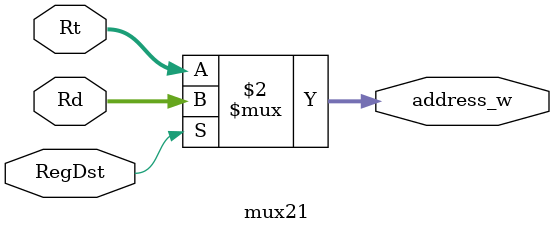
<source format=v>
module mux21(RegDst, Rd, Rt, address_w);
input RegDst;
input [5:0] Rd;
input [5:0] Rt;
output [5:0] address_w;
assign address_w = (RegDst == 0)?Rt:Rd;
endmodule

</source>
